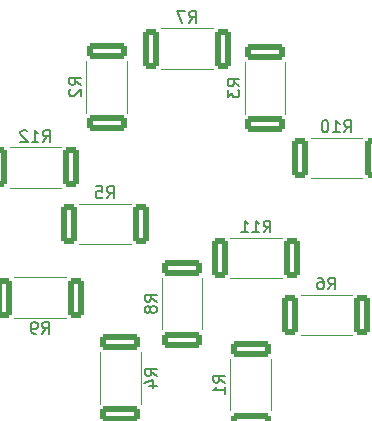
<source format=gbo>
G04 #@! TF.GenerationSoftware,KiCad,Pcbnew,(6.0.7)*
G04 #@! TF.CreationDate,2023-04-22T02:00:50-05:00*
G04 #@! TF.ProjectId,LED_BoardRev2,4c45445f-426f-4617-9264-526576322e6b,rev?*
G04 #@! TF.SameCoordinates,Original*
G04 #@! TF.FileFunction,Legend,Bot*
G04 #@! TF.FilePolarity,Positive*
%FSLAX46Y46*%
G04 Gerber Fmt 4.6, Leading zero omitted, Abs format (unit mm)*
G04 Created by KiCad (PCBNEW (6.0.7)) date 2023-04-22 02:00:50*
%MOMM*%
%LPD*%
G01*
G04 APERTURE LIST*
G04 Aperture macros list*
%AMRoundRect*
0 Rectangle with rounded corners*
0 $1 Rounding radius*
0 $2 $3 $4 $5 $6 $7 $8 $9 X,Y pos of 4 corners*
0 Add a 4 corners polygon primitive as box body*
4,1,4,$2,$3,$4,$5,$6,$7,$8,$9,$2,$3,0*
0 Add four circle primitives for the rounded corners*
1,1,$1+$1,$2,$3*
1,1,$1+$1,$4,$5*
1,1,$1+$1,$6,$7*
1,1,$1+$1,$8,$9*
0 Add four rect primitives between the rounded corners*
20,1,$1+$1,$2,$3,$4,$5,0*
20,1,$1+$1,$4,$5,$6,$7,0*
20,1,$1+$1,$6,$7,$8,$9,0*
20,1,$1+$1,$8,$9,$2,$3,0*%
G04 Aperture macros list end*
%ADD10C,0.150000*%
%ADD11C,0.120000*%
%ADD12C,2.946400*%
%ADD13RoundRect,0.250000X0.620000X0.620000X-0.620000X0.620000X-0.620000X-0.620000X0.620000X-0.620000X0*%
%ADD14C,1.740000*%
%ADD15C,3.200000*%
%ADD16RoundRect,0.249999X-1.425001X0.450001X-1.425001X-0.450001X1.425001X-0.450001X1.425001X0.450001X0*%
%ADD17RoundRect,0.249999X0.450001X1.425001X-0.450001X1.425001X-0.450001X-1.425001X0.450001X-1.425001X0*%
%ADD18RoundRect,0.249999X-0.450001X-1.425001X0.450001X-1.425001X0.450001X1.425001X-0.450001X1.425001X0*%
%ADD19RoundRect,0.249999X1.425001X-0.450001X1.425001X0.450001X-1.425001X0.450001X-1.425001X-0.450001X0*%
G04 APERTURE END LIST*
D10*
X140478780Y-122058133D02*
X140002590Y-121724800D01*
X140478780Y-121486704D02*
X139478780Y-121486704D01*
X139478780Y-121867657D01*
X139526400Y-121962895D01*
X139574019Y-122010514D01*
X139669257Y-122058133D01*
X139812114Y-122058133D01*
X139907352Y-122010514D01*
X139954971Y-121962895D01*
X140002590Y-121867657D01*
X140002590Y-121486704D01*
X140478780Y-123010514D02*
X140478780Y-122439085D01*
X140478780Y-122724800D02*
X139478780Y-122724800D01*
X139621638Y-122629561D01*
X139716876Y-122534323D01*
X139764495Y-122439085D01*
X125052057Y-101667580D02*
X125385390Y-101191390D01*
X125623485Y-101667580D02*
X125623485Y-100667580D01*
X125242533Y-100667580D01*
X125147295Y-100715200D01*
X125099676Y-100762819D01*
X125052057Y-100858057D01*
X125052057Y-101000914D01*
X125099676Y-101096152D01*
X125147295Y-101143771D01*
X125242533Y-101191390D01*
X125623485Y-101191390D01*
X124099676Y-101667580D02*
X124671104Y-101667580D01*
X124385390Y-101667580D02*
X124385390Y-100667580D01*
X124480628Y-100810438D01*
X124575866Y-100905676D01*
X124671104Y-100953295D01*
X123718723Y-100762819D02*
X123671104Y-100715200D01*
X123575866Y-100667580D01*
X123337771Y-100667580D01*
X123242533Y-100715200D01*
X123194914Y-100762819D01*
X123147295Y-100858057D01*
X123147295Y-100953295D01*
X123194914Y-101096152D01*
X123766342Y-101667580D01*
X123147295Y-101667580D01*
X124982266Y-117931180D02*
X125315600Y-117454990D01*
X125553695Y-117931180D02*
X125553695Y-116931180D01*
X125172742Y-116931180D01*
X125077504Y-116978800D01*
X125029885Y-117026419D01*
X124982266Y-117121657D01*
X124982266Y-117264514D01*
X125029885Y-117359752D01*
X125077504Y-117407371D01*
X125172742Y-117454990D01*
X125553695Y-117454990D01*
X124506076Y-117931180D02*
X124315600Y-117931180D01*
X124220361Y-117883561D01*
X124172742Y-117835942D01*
X124077504Y-117693085D01*
X124029885Y-117502609D01*
X124029885Y-117121657D01*
X124077504Y-117026419D01*
X124125123Y-116978800D01*
X124220361Y-116931180D01*
X124410838Y-116931180D01*
X124506076Y-116978800D01*
X124553695Y-117026419D01*
X124601314Y-117121657D01*
X124601314Y-117359752D01*
X124553695Y-117454990D01*
X124506076Y-117502609D01*
X124410838Y-117550228D01*
X124220361Y-117550228D01*
X124125123Y-117502609D01*
X124077504Y-117454990D01*
X124029885Y-117359752D01*
X134695180Y-121499333D02*
X134218990Y-121166000D01*
X134695180Y-120927904D02*
X133695180Y-120927904D01*
X133695180Y-121308857D01*
X133742800Y-121404095D01*
X133790419Y-121451714D01*
X133885657Y-121499333D01*
X134028514Y-121499333D01*
X134123752Y-121451714D01*
X134171371Y-121404095D01*
X134218990Y-121308857D01*
X134218990Y-120927904D01*
X134028514Y-122356476D02*
X134695180Y-122356476D01*
X133647561Y-122118380D02*
X134361847Y-121880285D01*
X134361847Y-122499333D01*
X128286780Y-96861333D02*
X127810590Y-96528000D01*
X128286780Y-96289904D02*
X127286780Y-96289904D01*
X127286780Y-96670857D01*
X127334400Y-96766095D01*
X127382019Y-96813714D01*
X127477257Y-96861333D01*
X127620114Y-96861333D01*
X127715352Y-96813714D01*
X127762971Y-96766095D01*
X127810590Y-96670857D01*
X127810590Y-96289904D01*
X127382019Y-97242285D02*
X127334400Y-97289904D01*
X127286780Y-97385142D01*
X127286780Y-97623238D01*
X127334400Y-97718476D01*
X127382019Y-97766095D01*
X127477257Y-97813714D01*
X127572495Y-97813714D01*
X127715352Y-97766095D01*
X128286780Y-97194666D01*
X128286780Y-97813714D01*
X134687580Y-115200133D02*
X134211390Y-114866800D01*
X134687580Y-114628704D02*
X133687580Y-114628704D01*
X133687580Y-115009657D01*
X133735200Y-115104895D01*
X133782819Y-115152514D01*
X133878057Y-115200133D01*
X134020914Y-115200133D01*
X134116152Y-115152514D01*
X134163771Y-115104895D01*
X134211390Y-115009657D01*
X134211390Y-114628704D01*
X134116152Y-115771561D02*
X134068533Y-115676323D01*
X134020914Y-115628704D01*
X133925676Y-115581085D01*
X133878057Y-115581085D01*
X133782819Y-115628704D01*
X133735200Y-115676323D01*
X133687580Y-115771561D01*
X133687580Y-115962038D01*
X133735200Y-116057276D01*
X133782819Y-116104895D01*
X133878057Y-116152514D01*
X133925676Y-116152514D01*
X134020914Y-116104895D01*
X134068533Y-116057276D01*
X134116152Y-115962038D01*
X134116152Y-115771561D01*
X134163771Y-115676323D01*
X134211390Y-115628704D01*
X134306628Y-115581085D01*
X134497104Y-115581085D01*
X134592342Y-115628704D01*
X134639961Y-115676323D01*
X134687580Y-115771561D01*
X134687580Y-115962038D01*
X134639961Y-116057276D01*
X134592342Y-116104895D01*
X134497104Y-116152514D01*
X134306628Y-116152514D01*
X134211390Y-116104895D01*
X134163771Y-116057276D01*
X134116152Y-115962038D01*
X150553657Y-100854780D02*
X150886990Y-100378590D01*
X151125085Y-100854780D02*
X151125085Y-99854780D01*
X150744133Y-99854780D01*
X150648895Y-99902400D01*
X150601276Y-99950019D01*
X150553657Y-100045257D01*
X150553657Y-100188114D01*
X150601276Y-100283352D01*
X150648895Y-100330971D01*
X150744133Y-100378590D01*
X151125085Y-100378590D01*
X149601276Y-100854780D02*
X150172704Y-100854780D01*
X149886990Y-100854780D02*
X149886990Y-99854780D01*
X149982228Y-99997638D01*
X150077466Y-100092876D01*
X150172704Y-100140495D01*
X148982228Y-99854780D02*
X148886990Y-99854780D01*
X148791752Y-99902400D01*
X148744133Y-99950019D01*
X148696514Y-100045257D01*
X148648895Y-100235733D01*
X148648895Y-100473828D01*
X148696514Y-100664304D01*
X148744133Y-100759542D01*
X148791752Y-100807161D01*
X148886990Y-100854780D01*
X148982228Y-100854780D01*
X149077466Y-100807161D01*
X149125085Y-100759542D01*
X149172704Y-100664304D01*
X149220323Y-100473828D01*
X149220323Y-100235733D01*
X149172704Y-100045257D01*
X149125085Y-99950019D01*
X149077466Y-99902400D01*
X148982228Y-99854780D01*
X143746457Y-109338380D02*
X144079790Y-108862190D01*
X144317885Y-109338380D02*
X144317885Y-108338380D01*
X143936933Y-108338380D01*
X143841695Y-108386000D01*
X143794076Y-108433619D01*
X143746457Y-108528857D01*
X143746457Y-108671714D01*
X143794076Y-108766952D01*
X143841695Y-108814571D01*
X143936933Y-108862190D01*
X144317885Y-108862190D01*
X142794076Y-109338380D02*
X143365504Y-109338380D01*
X143079790Y-109338380D02*
X143079790Y-108338380D01*
X143175028Y-108481238D01*
X143270266Y-108576476D01*
X143365504Y-108624095D01*
X141841695Y-109338380D02*
X142413123Y-109338380D01*
X142127409Y-109338380D02*
X142127409Y-108338380D01*
X142222647Y-108481238D01*
X142317885Y-108576476D01*
X142413123Y-108624095D01*
X137428266Y-91609180D02*
X137761600Y-91132990D01*
X137999695Y-91609180D02*
X137999695Y-90609180D01*
X137618742Y-90609180D01*
X137523504Y-90656800D01*
X137475885Y-90704419D01*
X137428266Y-90799657D01*
X137428266Y-90942514D01*
X137475885Y-91037752D01*
X137523504Y-91085371D01*
X137618742Y-91132990D01*
X137999695Y-91132990D01*
X137094933Y-90609180D02*
X136428266Y-90609180D01*
X136856838Y-91609180D01*
X149213866Y-114164380D02*
X149547200Y-113688190D01*
X149785295Y-114164380D02*
X149785295Y-113164380D01*
X149404342Y-113164380D01*
X149309104Y-113212000D01*
X149261485Y-113259619D01*
X149213866Y-113354857D01*
X149213866Y-113497714D01*
X149261485Y-113592952D01*
X149309104Y-113640571D01*
X149404342Y-113688190D01*
X149785295Y-113688190D01*
X148356723Y-113164380D02*
X148547200Y-113164380D01*
X148642438Y-113212000D01*
X148690057Y-113259619D01*
X148785295Y-113402476D01*
X148832914Y-113592952D01*
X148832914Y-113973904D01*
X148785295Y-114069142D01*
X148737676Y-114116761D01*
X148642438Y-114164380D01*
X148451961Y-114164380D01*
X148356723Y-114116761D01*
X148309104Y-114069142D01*
X148261485Y-113973904D01*
X148261485Y-113735809D01*
X148309104Y-113640571D01*
X148356723Y-113592952D01*
X148451961Y-113545333D01*
X148642438Y-113545333D01*
X148737676Y-113592952D01*
X148785295Y-113640571D01*
X148832914Y-113735809D01*
X141697980Y-96962933D02*
X141221790Y-96629600D01*
X141697980Y-96391504D02*
X140697980Y-96391504D01*
X140697980Y-96772457D01*
X140745600Y-96867695D01*
X140793219Y-96915314D01*
X140888457Y-96962933D01*
X141031314Y-96962933D01*
X141126552Y-96915314D01*
X141174171Y-96867695D01*
X141221790Y-96772457D01*
X141221790Y-96391504D01*
X140697980Y-97296266D02*
X140697980Y-97915314D01*
X141078933Y-97581980D01*
X141078933Y-97724838D01*
X141126552Y-97820076D01*
X141174171Y-97867695D01*
X141269409Y-97915314D01*
X141507504Y-97915314D01*
X141602742Y-97867695D01*
X141650361Y-97820076D01*
X141697980Y-97724838D01*
X141697980Y-97439123D01*
X141650361Y-97343885D01*
X141602742Y-97296266D01*
X130468666Y-106442780D02*
X130802000Y-105966590D01*
X131040095Y-106442780D02*
X131040095Y-105442780D01*
X130659142Y-105442780D01*
X130563904Y-105490400D01*
X130516285Y-105538019D01*
X130468666Y-105633257D01*
X130468666Y-105776114D01*
X130516285Y-105871352D01*
X130563904Y-105918971D01*
X130659142Y-105966590D01*
X131040095Y-105966590D01*
X129563904Y-105442780D02*
X130040095Y-105442780D01*
X130087714Y-105918971D01*
X130040095Y-105871352D01*
X129944857Y-105823733D01*
X129706761Y-105823733D01*
X129611523Y-105871352D01*
X129563904Y-105918971D01*
X129516285Y-106014209D01*
X129516285Y-106252304D01*
X129563904Y-106347542D01*
X129611523Y-106395161D01*
X129706761Y-106442780D01*
X129944857Y-106442780D01*
X130040095Y-106395161D01*
X130087714Y-106347542D01*
D11*
X144356400Y-120047736D02*
X144356400Y-124401864D01*
X140936400Y-120047736D02*
X140936400Y-124401864D01*
X126586264Y-102125200D02*
X122232136Y-102125200D01*
X126586264Y-105545200D02*
X122232136Y-105545200D01*
X122638536Y-113148800D02*
X126992664Y-113148800D01*
X122638536Y-116568800D02*
X126992664Y-116568800D01*
X129912800Y-123843064D02*
X129912800Y-119488936D01*
X133332800Y-123843064D02*
X133332800Y-119488936D01*
X132164400Y-94850936D02*
X132164400Y-99205064D01*
X128744400Y-94850936D02*
X128744400Y-99205064D01*
X135145200Y-113189736D02*
X135145200Y-117543864D01*
X138565200Y-113189736D02*
X138565200Y-117543864D01*
X152087864Y-104732400D02*
X147733736Y-104732400D01*
X152087864Y-101312400D02*
X147733736Y-101312400D01*
X145280664Y-113216000D02*
X140926536Y-113216000D01*
X145280664Y-109796000D02*
X140926536Y-109796000D01*
X139438664Y-92066800D02*
X135084536Y-92066800D01*
X139438664Y-95486800D02*
X135084536Y-95486800D01*
X151224264Y-114622000D02*
X146870136Y-114622000D01*
X151224264Y-118042000D02*
X146870136Y-118042000D01*
X145575600Y-94952536D02*
X145575600Y-99306664D01*
X142155600Y-94952536D02*
X142155600Y-99306664D01*
X132479064Y-110320400D02*
X128124936Y-110320400D01*
X132479064Y-106900400D02*
X128124936Y-106900400D01*
%LPC*%
D12*
X154630120Y-91749880D03*
X119689880Y-91749880D03*
X154630120Y-126690120D03*
X119689880Y-126690120D03*
D13*
X143510000Y-85140800D03*
D14*
X140970000Y-85140800D03*
X138430000Y-85140800D03*
X135890000Y-85140800D03*
X133350000Y-85140800D03*
X130810000Y-85140800D03*
D15*
X137160000Y-109220000D03*
D16*
X142646400Y-119174800D03*
X142646400Y-125274800D03*
D17*
X127459200Y-103835200D03*
X121359200Y-103835200D03*
D18*
X121765600Y-114858800D03*
X127865600Y-114858800D03*
D19*
X131622800Y-124716000D03*
X131622800Y-118616000D03*
D16*
X130454400Y-93978000D03*
X130454400Y-100078000D03*
X136855200Y-112316800D03*
X136855200Y-118416800D03*
D17*
X152960800Y-103022400D03*
X146860800Y-103022400D03*
X146153600Y-111506000D03*
X140053600Y-111506000D03*
X140311600Y-93776800D03*
X134211600Y-93776800D03*
X152097200Y-116332000D03*
X145997200Y-116332000D03*
D16*
X143865600Y-94079600D03*
X143865600Y-100179600D03*
D17*
X133352000Y-108610400D03*
X127252000Y-108610400D03*
M02*

</source>
